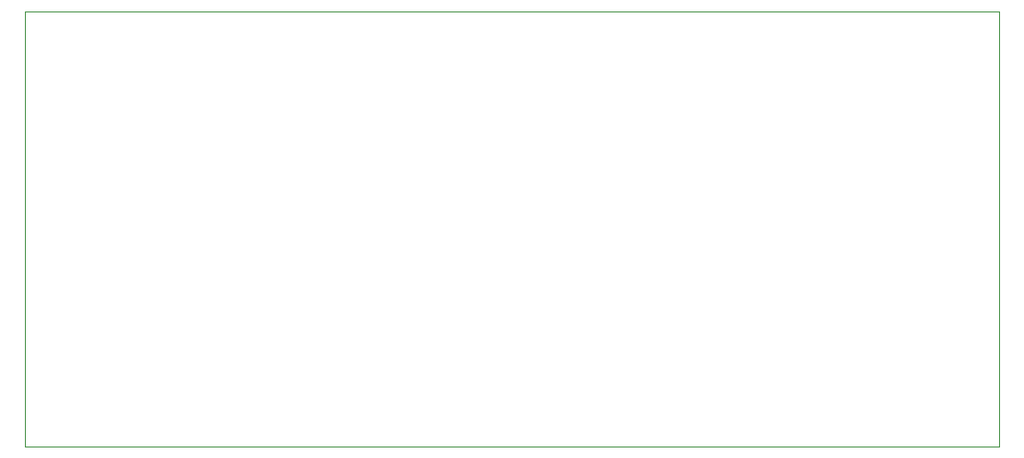
<source format=gm1>
G04 Layer_Color=16711935*
%FSLAX42Y42*%
%MOMM*%
G71*
G01*
G75*
%ADD80C,0.10*%
D80*
X2190Y2515D02*
X10800D01*
X2190D02*
Y6365D01*
X10800D01*
Y2515D02*
Y6365D01*
M02*

</source>
